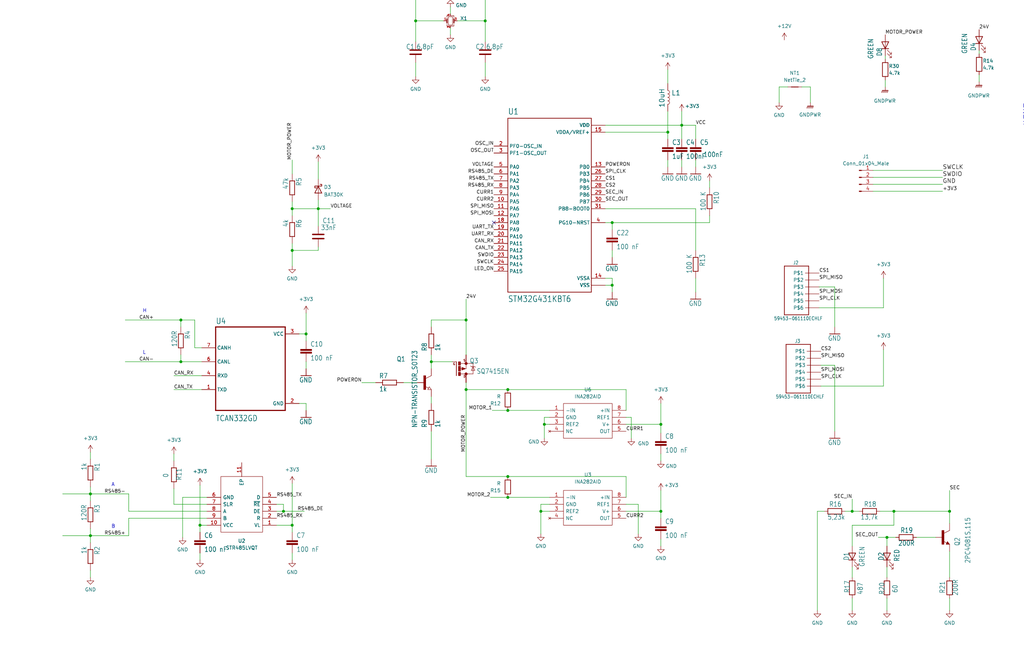
<source format=kicad_sch>
(kicad_sch (version 20211123) (generator eeschema)
  (paper "User" 373.913 237.744)
  (junction (at 326.39 186.69))
  (junction (at 106.68 91.44))
  (junction (at 157.48 132.08))
  (junction (at 323.85 196.215))
  (junction (at 170.18 262.255))
  (junction (at 151.765 7.62))
  (junction (at 177.165 7.62))
  (junction (at 33.02 180.34))
  (junction (at 189.23 254.635))
  (junction (at 480.695 284.48))
  (junction (at 241.3 154.94))
  (junction (at 243.84 48.26))
  (junction (at 116.205 76.2))
  (junction (at 181.61 254.635))
  (junction (at 432.435 269.875))
  (junction (at 454.025 293.37))
  (junction (at 33.02 195.58))
  (junction (at 249.555 254.635))
  (junction (at 185.42 173.99))
  (junction (at 66.04 132.08))
  (junction (at 170.18 116.84))
  (junction (at 248.92 45.72))
  (junction (at 223.52 81.28))
  (junction (at 220.98 254.635))
  (junction (at 185.42 181.61))
  (junction (at 223.52 104.14))
  (junction (at 469.265 269.875))
  (junction (at 66.04 116.84))
  (junction (at 185.42 142.24))
  (junction (at 106.68 76.2))
  (junction (at 111.76 121.92))
  (junction (at 241.3 186.69))
  (junction (at 106.68 191.77))
  (junction (at 73.025 191.77))
  (junction (at 480.695 259.715))
  (junction (at 185.42 149.86))
  (junction (at 198.755 154.94))
  (junction (at 170.18 254.635))
  (junction (at 454.025 269.875))
  (junction (at 346.71 186.69))
  (junction (at 158.75 254.635))
  (junction (at 220.98 259.715))
  (junction (at 311.15 186.69))
  (junction (at 240.03 254.635))
  (junction (at 170.18 142.24))
  (junction (at 480.695 248.285))
  (junction (at 103.505 186.69))
  (junction (at 229.87 254.635))
  (junction (at 443.865 280.035))
  (junction (at 197.485 186.69))
  (no_connect (at 180.34 81.28))
  (wire (pts (xy 323.85 196.215) (xy 323.85 199.39)))
  (wire (pts (xy 357.505 27.305) (xy 357.505 29.845)))
  (wire (pts (xy 492.76 248.285) (xy 495.3 248.285)))
  (wire (pts (xy 243.84 48.26) (xy 243.84 40.64)))
  (wire (pts (xy 229.87 254.635) (xy 220.98 254.635)))
  (wire (pts (xy 248.92 45.72) (xy 248.92 40.64)))
  (wire (pts (xy 284.48 31.75) (xy 287.655 31.75)))
  (wire (pts (xy 447.675 269.875) (xy 454.025 269.875)))
  (wire (pts (xy 170.18 142.24) (xy 185.42 142.24)))
  (wire (pts (xy 151.765 7.62) (xy 151.765 15.24)))
  (wire (pts (xy 100.965 184.15) (xy 103.505 184.15)))
  (wire (pts (xy 346.71 186.69) (xy 346.71 191.135)))
  (wire (pts (xy 75.565 184.15) (xy 63.5 184.15)))
  (wire (pts (xy 170.18 173.99) (xy 185.42 173.99)))
  (wire (pts (xy 323.85 207.01) (xy 323.85 210.82)))
  (wire (pts (xy 240.03 254.635) (xy 240.03 259.715)))
  (wire (pts (xy 215.265 257.175) (xy 217.17 257.175)))
  (wire (pts (xy 454.025 285.115) (xy 454.025 293.37)))
  (wire (pts (xy 220.98 104.14) (xy 223.52 104.14)))
  (wire (pts (xy 197.485 184.15) (xy 197.485 186.69)))
  (wire (pts (xy 197.485 186.69) (xy 197.485 194.945)))
  (wire (pts (xy 200.66 184.15) (xy 197.485 184.15)))
  (wire (pts (xy 454.025 293.37) (xy 454.025 304.165)))
  (wire (pts (xy 299.72 133.35) (xy 304.8 133.35)))
  (wire (pts (xy 304.8 133.35) (xy 304.8 157.48)))
  (wire (pts (xy 157.48 129.54) (xy 157.48 132.08)))
  (wire (pts (xy 170.18 139.7) (xy 170.18 142.24)))
  (wire (pts (xy 170.18 142.24) (xy 170.18 173.99)))
  (wire (pts (xy 240.03 264.795) (xy 240.03 269.875)))
  (wire (pts (xy 240.03 254.635) (xy 249.555 254.635)))
  (wire (pts (xy 318.77 64.77) (xy 344.17 64.77)))
  (wire (pts (xy 152.4 139.7) (xy 147.32 139.7)))
  (wire (pts (xy 443.865 280.035) (xy 443.865 283.21)))
  (wire (pts (xy 66.04 116.84) (xy 71.12 116.84)))
  (wire (pts (xy 111.76 134.62) (xy 111.76 132.08)))
  (wire (pts (xy 109.22 121.92) (xy 111.76 121.92)))
  (wire (pts (xy 33.02 198.12) (xy 33.02 195.58)))
  (wire (pts (xy 492.76 259.715) (xy 506.73 259.715)))
  (wire (pts (xy 164.465 10.16) (xy 164.465 12.7)))
  (wire (pts (xy 202.565 274.955) (xy 202.565 278.13)))
  (wire (pts (xy 157.48 144.78) (xy 157.48 147.32)))
  (wire (pts (xy 137.16 139.7) (xy 132.08 139.7)))
  (wire (pts (xy 241.3 154.94) (xy 241.3 158.115)))
  (wire (pts (xy 400.685 27.94) (xy 400.685 30.48)))
  (wire (pts (xy 106.68 194.31) (xy 106.68 191.77)))
  (wire (pts (xy 33.02 180.34) (xy 46.99 180.34)))
  (wire (pts (xy 151.765 -7.62) (xy 151.765 7.62)))
  (wire (pts (xy 502.92 248.285) (xy 506.73 248.285)))
  (wire (pts (xy 170.18 262.255) (xy 170.18 263.525)))
  (wire (pts (xy 116.205 76.2) (xy 116.205 82.55)))
  (wire (pts (xy 185.42 181.61) (xy 200.66 181.61)))
  (wire (pts (xy 480.695 259.715) (xy 480.695 264.795)))
  (wire (pts (xy 400.685 8.255) (xy 400.685 11.43)))
  (wire (pts (xy 157.48 132.08) (xy 157.48 134.62)))
  (wire (pts (xy 66.04 116.84) (xy 45.72 116.84)))
  (wire (pts (xy 179.07 181.61) (xy 185.42 181.61)))
  (wire (pts (xy 248.92 45.72) (xy 248.92 50.8)))
  (wire (pts (xy 443.865 293.37) (xy 454.025 293.37)))
  (wire (pts (xy 103.505 184.15) (xy 103.505 186.69)))
  (wire (pts (xy 465.455 269.875) (xy 469.265 269.875)))
  (wire (pts (xy 33.02 210.82) (xy 33.02 208.28)))
  (wire (pts (xy 151.765 7.62) (xy 161.925 7.62)))
  (wire (pts (xy 170.18 268.605) (xy 170.18 278.13)))
  (wire (pts (xy 223.52 101.6) (xy 223.52 104.14)))
  (wire (pts (xy 311.15 207.01) (xy 311.15 210.82)))
  (wire (pts (xy 432.435 266.065) (xy 432.435 269.875)))
  (wire (pts (xy 106.68 76.2) (xy 106.68 78.74)))
  (wire (pts (xy 71.12 127) (xy 71.12 116.84)))
  (wire (pts (xy 109.22 147.32) (xy 111.76 147.32)))
  (wire (pts (xy 443.865 280.035) (xy 446.405 280.035)))
  (wire (pts (xy 241.3 154.94) (xy 241.3 147.32)))
  (wire (pts (xy 381.635 18.415) (xy 381.635 19.685)))
  (wire (pts (xy 322.58 101.6) (xy 322.58 112.395)))
  (wire (pts (xy 322.58 112.395) (xy 299.085 112.395)))
  (wire (pts (xy 228.6 152.4) (xy 230.505 152.4)))
  (wire (pts (xy 230.505 152.4) (xy 230.505 160.02)))
  (wire (pts (xy 223.52 81.28) (xy 259.08 81.28)))
  (wire (pts (xy 254 76.2) (xy 220.98 76.2)))
  (wire (pts (xy 217.17 257.175) (xy 217.17 247.65)))
  (wire (pts (xy 157.48 119.38) (xy 157.48 116.84)))
  (wire (pts (xy 177.165 22.86) (xy 177.165 27.94)))
  (wire (pts (xy 223.52 83.82) (xy 223.52 81.28)))
  (wire (pts (xy 439.42 280.035) (xy 443.865 280.035)))
  (wire (pts (xy 106.68 76.2) (xy 116.205 76.2)))
  (wire (pts (xy 116.205 76.2) (xy 120.65 76.2)))
  (wire (pts (xy 323.85 218.44) (xy 323.85 222.885)))
  (wire (pts (xy 249.555 254.635) (xy 250.825 254.635)))
  (wire (pts (xy 100.965 191.77) (xy 106.68 191.77)))
  (wire (pts (xy 106.68 176.53) (xy 106.68 191.77)))
  (wire (pts (xy 106.68 91.44) (xy 106.68 88.9)))
  (wire (pts (xy 443.865 290.83) (xy 443.865 293.37)))
  (wire (pts (xy 249.555 254.635) (xy 249.555 259.715)))
  (wire (pts (xy 229.87 254.635) (xy 229.87 259.715)))
  (wire (pts (xy 241.3 186.69) (xy 241.3 179.07)))
  (wire (pts (xy 198.755 152.4) (xy 198.755 154.94)))
  (wire (pts (xy 198.755 154.94) (xy 198.755 160.02)))
  (wire (pts (xy 200.66 152.4) (xy 198.755 152.4)))
  (wire (pts (xy 157.48 116.84) (xy 170.18 116.84)))
  (wire (pts (xy 299.72 140.97) (xy 322.58 140.97)))
  (wire (pts (xy 322.58 127.635) (xy 322.58 140.97)))
  (wire (pts (xy 318.77 69.85) (xy 344.17 69.85)))
  (wire (pts (xy 116.205 59.055) (xy 116.205 65.405)))
  (wire (pts (xy 157.48 157.48) (xy 157.48 167.64)))
  (wire (pts (xy 469.265 281.305) (xy 469.265 284.48)))
  (wire (pts (xy 170.18 129.54) (xy 170.18 116.84)))
  (wire (pts (xy 189.23 247.65) (xy 189.23 254.635)))
  (wire (pts (xy 454.025 269.875) (xy 457.835 269.875)))
  (wire (pts (xy 189.865 254.635) (xy 189.23 254.635)))
  (wire (pts (xy 427.355 280.035) (xy 427.355 283.21)))
  (wire (pts (xy 170.18 116.84) (xy 170.18 109.22)))
  (wire (pts (xy 432.435 229.87) (xy 432.435 258.445)))
  (wire (pts (xy 46.99 189.23) (xy 46.99 195.58)))
  (wire (pts (xy 46.99 189.23) (xy 75.565 189.23)))
  (wire (pts (xy 427.355 269.875) (xy 432.435 269.875)))
  (wire (pts (xy 103.505 186.69) (xy 100.965 186.69)))
  (wire (pts (xy 243.84 60.96) (xy 243.84 58.42)))
  (wire (pts (xy 106.68 97.155) (xy 106.68 91.44)))
  (wire (pts (xy 185.42 142.24) (xy 228.6 142.24)))
  (wire (pts (xy 185.42 173.99) (xy 228.6 173.99)))
  (wire (pts (xy 318.77 67.31) (xy 344.17 67.31)))
  (wire (pts (xy 480.695 248.285) (xy 480.695 259.715)))
  (wire (pts (xy 241.3 189.23) (xy 241.3 186.69)))
  (wire (pts (xy 106.68 63.5) (xy 106.68 58.42)))
  (wire (pts (xy 228.6 186.69) (xy 241.3 186.69)))
  (wire (pts (xy 346.71 218.44) (xy 346.71 222.885)))
  (wire (pts (xy 111.76 124.46) (xy 111.76 121.92)))
  (wire (pts (xy 66.675 181.61) (xy 66.675 196.215)))
  (wire (pts (xy 469.265 269.875) (xy 473.075 269.875)))
  (wire (pts (xy 184.785 257.175) (xy 184.785 278.13)))
  (wire (pts (xy 248.92 58.42) (xy 248.92 60.96)))
  (wire (pts (xy 185.42 149.86) (xy 200.66 149.86)))
  (wire (pts (xy 241.3 168.275) (xy 241.3 165.735)))
  (wire (pts (xy 111.76 121.92) (xy 111.76 114.3)))
  (wire (pts (xy 216.535 262.255) (xy 216.535 264.795)))
  (wire (pts (xy 254 106.68) (xy 254 101.6)))
  (wire (pts (xy 346.71 179.07) (xy 346.71 186.69)))
  (wire (pts (xy 241.3 154.94) (xy 228.6 154.94)))
  (wire (pts (xy 223.52 93.98) (xy 223.52 91.44)))
  (wire (pts (xy 220.98 254.635) (xy 215.265 254.635)))
  (wire (pts (xy 228.6 181.61) (xy 228.6 173.99)))
  (wire (pts (xy 254 50.8) (xy 254 45.72)))
  (wire (pts (xy 75.565 181.61) (xy 66.675 181.61)))
  (wire (pts (xy 506.73 229.87) (xy 506.73 248.285)))
  (wire (pts (xy 381.635 27.305) (xy 381.635 29.845)))
  (wire (pts (xy 197.485 186.69) (xy 200.66 186.69)))
  (wire (pts (xy 254 60.96) (xy 254 58.42)))
  (wire (pts (xy 66.04 119.38) (xy 66.04 116.84)))
  (wire (pts (xy 33.02 195.58) (xy 46.99 195.58)))
  (wire (pts (xy 116.205 73.025) (xy 116.205 76.2)))
  (wire (pts (xy 33.02 167.64) (xy 33.02 165.1)))
  (wire (pts (xy 170.18 260.985) (xy 170.18 262.255)))
  (wire (pts (xy 111.76 147.32) (xy 111.76 149.86)))
  (wire (pts (xy 298.45 186.69) (xy 300.99 186.69)))
  (wire (pts (xy 106.68 204.47) (xy 106.68 201.93)))
  (wire (pts (xy 188.595 259.715) (xy 188.595 263.525)))
  (wire (pts (xy 184.785 257.175) (xy 189.865 257.175)))
  (wire (pts (xy 179.705 254.635) (xy 181.61 254.635)))
  (wire (pts (xy 73.025 204.47) (xy 73.025 201.93)))
  (wire (pts (xy 334.645 196.215) (xy 341.63 196.215)))
  (wire (pts (xy 181.61 254.635) (xy 181.61 267.335)))
  (wire (pts (xy 106.68 91.44) (xy 116.205 91.44)))
  (wire (pts (xy 311.15 182.245) (xy 311.15 186.69)))
  (wire (pts (xy 323.215 29.21) (xy 323.215 31.75)))
  (wire (pts (xy 228.6 184.15) (xy 233.045 184.15)))
  (wire (pts (xy 233.045 184.15) (xy 233.045 194.945)))
  (wire (pts (xy 73.025 194.31) (xy 73.025 191.77)))
  (wire (pts (xy 259.08 78.74) (xy 259.08 81.28)))
  (wire (pts (xy 177.165 -7.62) (xy 177.165 7.62)))
  (wire (pts (xy 73.66 142.24) (xy 63.5 142.24)))
  (wire (pts (xy 220.98 45.72) (xy 248.92 45.72)))
  (wire (pts (xy 33.02 180.34) (xy 22.86 180.34)))
  (wire (pts (xy 73.66 132.08) (xy 66.04 132.08)))
  (wire (pts (xy 170.18 254.635) (xy 170.18 255.905)))
  (wire (pts (xy 158.75 254.635) (xy 158.75 259.715)))
  (wire (pts (xy 158.75 254.635) (xy 170.18 254.635)))
  (wire (pts (xy 254 91.44) (xy 254 76.2)))
  (wire (pts (xy 469.265 284.48) (xy 480.695 284.48)))
  (wire (pts (xy 249.555 264.795) (xy 249.555 269.875)))
  (wire (pts (xy 170.18 254.635) (xy 172.085 254.635)))
  (wire (pts (xy 158.75 264.795) (xy 158.75 269.875)))
  (wire (pts (xy 179.705 149.86) (xy 185.42 149.86)))
  (wire (pts (xy 189.23 254.635) (xy 181.61 254.635)))
  (wire (pts (xy 189.865 259.715) (xy 188.595 259.715)))
  (wire (pts (xy 432.435 269.875) (xy 440.055 269.875)))
  (wire (pts (xy 243.84 48.26) (xy 243.84 50.8)))
  (wire (pts (xy 181.61 274.955) (xy 181.61 278.13)))
  (wire (pts (xy 427.355 280.035) (xy 431.8 280.035)))
  (wire (pts (xy 480.695 274.955) (xy 480.695 284.48)))
  (wire (pts (xy 469.265 269.875) (xy 469.265 273.685)))
  (wire (pts (xy 299.085 104.775) (xy 304.8 104.775)))
  (wire (pts (xy 304.8 104.775) (xy 304.8 119.38)))
  (wire (pts (xy 66.04 129.54) (xy 66.04 132.08)))
  (wire (pts (xy 357.505 18.415) (xy 357.505 19.685)))
  (wire (pts (xy 308.61 186.69) (xy 311.15 186.69)))
  (wire (pts (xy 63.5 165.735) (xy 63.5 168.275)))
  (wire (pts (xy 220.98 48.26) (xy 243.84 48.26)))
  (wire (pts (xy 33.02 180.34) (xy 33.02 177.8)))
  (wire (pts (xy 480.695 242.57) (xy 480.695 248.285)))
  (wire (pts (xy 427.355 290.83) (xy 427.355 293.37)))
  (wire (pts (xy 311.15 186.69) (xy 313.69 186.69)))
  (wire (pts (xy 167.005 7.62) (xy 177.165 7.62)))
  (wire (pts (xy 311.15 191.77) (xy 326.39 191.77)))
  (wire (pts (xy 311.15 199.39) (xy 311.15 191.77)))
  (wire (pts (xy 326.39 191.77) (xy 326.39 186.69)))
  (wire (pts (xy 188.595 268.605) (xy 188.595 271.145)))
  (wire (pts (xy 311.15 218.44) (xy 311.15 222.885)))
  (wire (pts (xy 229.87 264.795) (xy 229.87 269.875)))
  (wire (pts (xy 480.695 284.48) (xy 480.695 304.165)))
  (wire (pts (xy 259.08 66.04) (xy 259.08 68.58)))
  (wire (pts (xy 220.98 81.28) (xy 223.52 81.28)))
  (wire (pts (xy 157.48 132.08) (xy 165.1 132.08)))
  (wire (pts (xy 220.98 264.795) (xy 220.98 269.875)))
  (wire (pts (xy 454.025 269.875) (xy 454.025 274.955)))
  (wire (pts (xy 199.39 247.65) (xy 189.23 247.65)))
  (wire (pts (xy 321.31 186.69) (xy 326.39 186.69)))
  (wire (pts (xy 326.39 186.69) (xy 346.71 186.69)))
  (wire (pts (xy 33.02 195.58) (xy 22.86 195.58)))
  (wire (pts (xy 298.45 186.69) (xy 298.45 222.885)))
  (wire (pts (xy 217.17 247.65) (xy 204.47 247.65)))
  (wire (pts (xy 33.02 195.58) (xy 33.02 193.04)))
  (wire (pts (xy 103.505 186.69) (xy 111.125 186.69)))
  (wire (pts (xy 400.685 19.05) (xy 400.685 20.32)))
  (wire (pts (xy 346.71 201.295) (xy 346.71 210.82)))
  (wire (pts (xy 215.265 259.715) (xy 220.98 259.715)))
  (wire (pts (xy 480.695 248.285) (xy 485.14 248.285)))
  (wire (pts (xy 229.87 254.635) (xy 240.03 254.635)))
  (wire (pts (xy 320.675 196.215) (xy 323.85 196.215)))
  (wire (pts (xy 323.85 196.215) (xy 327.025 196.215)))
  (wire (pts (xy 177.165 7.62) (xy 177.165 15.24)))
  (wire (pts (xy 116.205 90.17) (xy 116.205 91.44)))
  (wire (pts (xy 170.18 262.255) (xy 189.865 262.255)))
  (wire (pts (xy 164.465 2.54) (xy 164.465 5.08)))
  (wire (pts (xy 73.025 191.77) (xy 73.025 177.165)))
  (wire (pts (xy 73.025 191.77) (xy 75.565 191.77)))
  (wire (pts (xy 188.595 276.225) (xy 188.595 278.13)))
  (wire (pts (xy 66.04 132.08) (xy 45.72 132.08)))
  (wire (pts (xy 151.765 254.635) (xy 158.75 254.635)))
  (wire (pts (xy 215.265 262.255) (xy 216.535 262.255)))
  (wire (pts (xy 241.3 199.39) (xy 241.3 196.85)))
  (wire (pts (xy 284.48 37.465) (xy 284.48 31.75)))
  (wire (pts (xy 106.68 73.66) (xy 106.68 76.2)))
  (wire (pts (xy 151.765 22.86) (xy 151.765 27.94)))
  (wire (pts (xy 223.52 104.14) (xy 223.52 106.68)))
  (wire (pts (xy 480.695 229.87) (xy 480.695 234.95)))
  (wire (pts (xy 427.355 300.99) (xy 427.355 304.165)))
  (wire (pts (xy 295.91 31.75) (xy 292.735 31.75)))
  (wire (pts (xy 295.91 37.465) (xy 295.91 31.75)))
  (wire (pts (xy 220.98 101.6) (xy 223.52 101.6)))
  (wire (pts (xy 63.5 178.435) (xy 63.5 184.15)))
  (wire (pts (xy 243.84 30.48) (xy 243.84 25.4)))
  (wire (pts (xy 323.215 20.32) (xy 323.215 21.59)))
  (wire (pts (xy 228.6 149.86) (xy 228.6 142.24)))
  (wire (pts (xy 73.66 127) (xy 71.12 127)))
  (wire (pts (xy 73.66 137.16) (xy 63.5 137.16)))
  (wire (pts (xy 198.755 154.94) (xy 200.66 154.94)))
  (wire (pts (xy 254 45.72) (xy 248.92 45.72)))
  (wire (pts (xy 480.695 259.715) (xy 485.14 259.715)))
  (wire (pts (xy 318.77 62.23) (xy 344.17 62.23)))
  (wire (pts (xy 33.02 182.88) (xy 33.02 180.34)))
  (wire (pts (xy 46.99 186.69) (xy 46.99 180.34)))
  (wire (pts (xy 46.99 186.69) (xy 75.565 186.69)))
  (text "R201 ZAMIENIĆ NA \n2 SZTUKI \nRES SMD 4.7K OHM 5% \n1/2W 0805" (at 373.38 45.72 0) (effects (font (size 1.27 1.27)) (justify left bottom)))
  (text "L" (at 52.07 129.54 0) (effects (font (size 1.27 1.27)) (justify left bottom)))
  (text "H" (at 52.07 114.3 0) (effects (font (size 1.27 1.27)) (justify left bottom)))
  (text "B" (at 40.64 193.04 0) (effects (font (size 1.27 1.27)) (justify left bottom)))
  (text "A" (at 40.64 177.8 0) (effects (font (size 1.27 1.27)) (justify left bottom)))
  (label "RS485_RX" (at 100.965 189.23 0) (effects (font (size 1.2446 1.2446))))
  (label "SWDIO" (at 344.17 64.77 0) (effects (font (size 1.5113 1.5113))))
  (label "OSC_OUT" (at 180.34 55.88 180))
  (label "OSC_OUT" (at 177.165 -7.62 90))
  (label "LED_ON" (at 180.34 99.06 180))
  (label "CAN_RX" (at 63.5 137.16 0) (effects (font (size 1.2446 1.2446))))
  (label "RS485+" (at 38.1 195.58 0) (effects (font (size 1.2446 1.2446))))
  (label "CURR2" (at 180.34 73.66 180) (effects (font (size 1.2446 1.2446))))
  (label "POWERON" (at 220.98 60.96 0) (effects (font (size 1.2446 1.2446))))
  (label "SPI_CLK" (at 299.085 109.855 0) (effects (font (size 1.2446 1.2446))))
  (label "CAN_TX" (at 63.5 142.24 0) (effects (font (size 1.2446 1.2446))))
  (label "CURR1" (at 228.6 157.48 0) (effects (font (size 1.2446 1.2446))))
  (label "24V" (at 357.505 10.795 0) (effects (font (size 1.2446 1.2446))))
  (label "CS1" (at 299.085 99.695 0) (effects (font (size 1.2446 1.2446))))
  (label "CAN-" (at 50.8 132.08 0) (effects (font (size 1.2446 1.2446))))
  (label "SEC_IN" (at 506.73 259.715 0))
  (label "SEC_IN" (at 220.98 71.12 0))
  (label "SEC_OUT" (at 220.98 73.66 0))
  (label "UART_RX" (at 180.34 86.36 180))
  (label "SPI_MOSI" (at 180.34 78.74 180) (effects (font (size 1.2446 1.2446))))
  (label "VOLTAGE" (at 120.65 76.2 0) (effects (font (size 1.2446 1.2446))))
  (label "MOTOR_POWER" (at 323.215 12.7 0) (effects (font (size 1.2446 1.2446))))
  (label "CS2" (at 299.72 128.27 0) (effects (font (size 1.2446 1.2446))))
  (label "SWDIO" (at 180.34 93.98 180) (effects (font (size 1.2446 1.2446))))
  (label "RS485_DE" (at 108.585 186.69 0) (effects (font (size 1.2446 1.2446))))
  (label "SEC_OUT" (at 320.675 196.215 180))
  (label "RS485_RX" (at 180.34 68.58 180) (effects (font (size 1.2446 1.2446))))
  (label "SPI_MISO" (at 180.34 76.2 180) (effects (font (size 1.2446 1.2446))))
  (label "LED_ON" (at 400.685 8.255 0))
  (label "UART_TX" (at 180.34 83.82 180))
  (label "SEC_OUT" (at 427.355 280.035 180))
  (label "24V" (at 170.18 109.22 0) (effects (font (size 1.2446 1.2446))))
  (label "SPI_CLK" (at 299.72 138.43 0) (effects (font (size 1.2446 1.2446))))
  (label "RS485-" (at 38.1 180.34 0) (effects (font (size 1.2446 1.2446))))
  (label "RS485_DE" (at 180.34 63.5 180) (effects (font (size 1.2446 1.2446))))
  (label "VCC" (at 254 45.72 0) (effects (font (size 1.2446 1.2446))))
  (label "POWERON" (at 132.08 139.7 180) (effects (font (size 1.2446 1.2446))))
  (label "CS2" (at 220.98 68.58 0) (effects (font (size 1.2446 1.2446))))
  (label "SEC" (at 346.71 179.07 0))
  (label "SEC_IN" (at 311.15 182.245 180))
  (label "OSC_IN" (at 180.34 53.34 180))
  (label "MOTOR_POWER" (at 106.68 58.42 90) (effects (font (size 1.2446 1.2446))))
  (label "SPI_MOSI" (at 299.72 135.89 0) (effects (font (size 1.2446 1.2446))))
  (label "+3V3" (at 344.17 69.85 0))
  (label "SAFETY" (at 427.355 269.875 180))
  (label "MOTOR_2" (at 179.07 181.61 180) (effects (font (size 1.2446 1.2446))))
  (label "SPI_MOSI" (at 299.085 107.315 0) (effects (font (size 1.2446 1.2446))))
  (label "SWCLK" (at 344.17 62.23 0) (effects (font (size 1.5113 1.5113))))
  (label "OSC_IN" (at 151.765 -7.62 90))
  (label "SPI_MISO" (at 299.085 102.235 0) (effects (font (size 1.2446 1.2446))))
  (label "VOLTAGE" (at 180.34 60.96 180) (effects (font (size 1.2446 1.2446))))
  (label "RS485_TX" (at 180.34 66.04 180) (effects (font (size 1.2446 1.2446))))
  (label "GND" (at 344.17 67.31 0) (effects (font (size 1.5113 1.5113))))
  (label "CURR2" (at 228.6 189.23 0) (effects (font (size 1.2446 1.2446))))
  (label "SPI_MISO" (at 299.72 130.81 0) (effects (font (size 1.2446 1.2446))))
  (label "CAN_TX" (at 180.34 91.44 180) (effects (font (size 1.2446 1.2446))))
  (label "SWCLK" (at 180.34 96.52 180) (effects (font (size 1.2446 1.2446))))
  (label "RS485_TX" (at 100.965 181.61 0) (effects (font (size 1.2446 1.2446))))
  (label "CS1" (at 220.98 66.04 0) (effects (font (size 1.2446 1.2446))))
  (label "MOTOR_1" (at 179.705 149.86 180) (effects (font (size 1.2446 1.2446))))
  (label "CAN+" (at 50.8 116.84 0) (effects (font (size 1.2446 1.2446))))
  (label "CURR1" (at 180.34 71.12 180) (effects (font (size 1.2446 1.2446))))
  (label "MOTOR_POWER" (at 170.18 165.1 90) (effects (font (size 1.2446 1.2446))))
  (label "SPI_CLK" (at 220.98 63.5 0) (effects (font (size 1.2446 1.2446))))
  (label "CAN_RX" (at 180.34 88.9 180) (effects (font (size 1.2446 1.2446))))
  (symbol (lib_id "Device:R") (at 381.635 23.495 180) (unit 1)
    (property "Reference" "R22" (at 382.905 22.2249 0) (effects (justify right)))
    (property "Value" "4.5k" (at 382.905 24.7649 0) (effects (justify right)))
    (property "Footprint" "footprints:R_0603_1608Metric_Pad0.98x0.95mm_HandSolder" (effects hide))
  )
  (symbol (lib_id "Device:R_Small") (at 170.18 258.445 0) (unit 1)
    (property "Reference" "R24" (at 165.1 257.1749 0) (effects (justify left)))
    (property "Value" "1,3k" (at 165.1 259.7149 0) (effects (justify left)))
    (property "Footprint" "footprints:R_0603_1608Metric_Pad0.98x0.95mm_HandSolder" (effects hide))
  )
  (symbol (lib_id "Gripper FeeTech-eagle-import:C-EUC0402") (at 73.025 196.85 0) (unit 1)
    (property "Reference" "C6" (at 74.549 196.469 0) (effects (font (size 1.778 1.5113)) (justify left bottom)))
    (property "Value" "100 nF" (at 74.549 201.549 0) (effects (font (size 1.778 1.5113)) (justify left bottom)))
    (property "Footprint" "footprints:C_0603_1608Metric_Pad1.08x0.95mm_HandSolder" (effects hide))
  )
  (symbol (lib_id "power:+3.3V") (at 63.5 165.735 0) (unit 1)
    (property "Reference" "#PWR0120" (effects hide))
    (property "Value" "+3.3V" (at 63.5 160.655 0))
  )
  (symbol (lib_id "power:+3.3V") (at 106.68 176.53 0) (unit 1)
    (property "Reference" "#PWR0117" (effects hide))
    (property "Value" "+3.3V" (at 106.68 171.45 0))
  )
  (symbol (lib_id "Gripper FeeTech-eagle-import:R-EU_R0402") (at 106.68 83.82 270) (unit 1)
    (property "Reference" "R6" (at 108.1786 80.01 0) (effects (font (size 1.778 1.5113)) (justify left bottom)))
    (property "Value" "4k" (at 103.378 80.01 0) (effects (font (size 1.778 1.5113)) (justify left bottom)))
    (property "Footprint" "footprints:R_0603_1608Metric_Pad0.98x0.95mm_HandSolder" (effects hide))
  )
  (symbol (lib_id "Gripper FeeTech-eagle-import:GND") (at 157.48 170.18 0) (unit 1)
    (property "Reference" "#GND028" (effects hide))
    (property "Value" "GND" (at 154.94 172.72 0) (effects (font (size 1.778 1.5113)) (justify left bottom)))
  )
  (symbol (lib_id "Gripper FeeTech-eagle-import:R-EU_R0402") (at 33.02 172.72 270) (unit 1)
    (property "Reference" "R1" (at 34.5186 168.91 0) (effects (font (size 1.778 1.5113)) (justify left bottom)))
    (property "Value" "1k" (at 29.718 168.91 0) (effects (font (size 1.778 1.5113)) (justify left bottom)))
    (property "Footprint" "footprints:R_0603_1608Metric_Pad0.98x0.95mm_HandSolder" (effects hide))
  )
  (symbol (lib_id "power:GND") (at 197.485 194.945 0) (unit 1)
    (property "Reference" "#PWR0113" (effects hide))
    (property "Value" "GND" (at 197.485 199.39 0))
  )
  (symbol (lib_id "UNIVERSAL_JOINT_v2_1-eagle-import:-NPN-SOT23-EBC") (at 344.17 196.215 0) (unit 1)
    (property "Reference" "Q2" (at 350.52 199.39 90) (effects (font (size 1.778 1.5113)) (justify left bottom)))
    (property "Value" "2PC4081S,115" (at 354.33 205.74 90) (effects (font (size 1.778 1.5113)) (justify left bottom)))
    (property "Footprint" "GRIPPER_TWO_ADVANCED_CONTROL_BOARD:SOT23-EBC" (effects hide))
  )
  (symbol (lib_id "power:GND") (at 188.595 278.13 0) (mirror y) (unit 1)
    (property "Reference" "#PWR0131" (effects hide))
    (property "Value" "GND" (at 188.595 282.575 0))
  )
  (symbol (lib_id "power:GND") (at 241.3 168.275 0) (unit 1)
    (property "Reference" "#PWR03" (effects hide))
    (property "Value" "GND" (at 245.11 170.18 0))
  )
  (symbol (lib_id "Gripper FeeTech-eagle-import:C-EUC0402") (at 241.3 160.655 0) (unit 1)
    (property "Reference" "C8" (at 242.824 160.274 0) (effects (font (size 1.778 1.5113)) (justify left bottom)))
    (property "Value" "100 nF" (at 242.824 165.354 0) (effects (font (size 1.778 1.5113)) (justify left bottom)))
    (property "Footprint" "footprints:C_0603_1608Metric_Pad1.08x0.95mm_HandSolder" (effects hide))
  )
  (symbol (lib_id "Device:R_Small") (at 170.18 266.065 0) (unit 1)
    (property "Reference" "R25" (at 166.37 264.7949 0) (effects (justify left)))
    (property "Value" "0,56k" (at 163.83 267.3349 0) (effects (justify left)))
    (property "Footprint" "footprints:R_0603_1608Metric_Pad0.98x0.95mm_HandSolder" (effects hide))
  )
  (symbol (lib_id "power:+3.3V") (at 322.58 127.635 0) (unit 1)
    (property "Reference" "#PWR0109" (effects hide))
    (property "Value" "+3.3V" (at 322.58 122.555 0))
  )
  (symbol (lib_id "Gripper FeeTech-eagle-import:SQ7415AENDFN-3.3") (at 167.64 134.62 0) (unit 1)
    (property "Reference" "Q3" (at 171.45 132.715 0) (effects (font (size 1.778 1.5113)) (justify left bottom)))
    (property "Value" "SQ7415EN" (at 173.99 136.525 0) (effects (font (size 1.778 1.5113)) (justify left bottom)))
    (property "Footprint" "GRIPPER_TWO_ADVANCED_CONTROL_BOARD:DFN3.3X3.3" (effects hide))
  )
  (symbol (lib_id "Device:LED") (at 323.215 16.51 90) (unit 1)
    (property "Reference" "D8" (at 322.072 20.574 0) (effects (font (size 1.778 1.5113)) (justify left bottom)))
    (property "Value" "GREEN" (at 318.897 21.59 0) (effects (font (size 1.778 1.5113)) (justify left bottom)))
    (property "Footprint" "footprints:D_0603_1608Metric_Pad1.05x0.95mm_HandSolder" (effects hide))
  )
  (symbol (lib_id "Device:R") (at 323.215 25.4 180) (unit 1)
    (property "Reference" "R30" (at 324.485 24.1299 0) (effects (justify right)))
    (property "Value" "4.7k" (at 324.485 26.6699 0) (effects (justify right)))
    (property "Footprint" "footprints:R_0805_2012Metric_Pad1.20x1.40mm_HandSolder" (effects hide))
  )
  (symbol (lib_id "Device:C") (at 177.165 19.05 180) (unit 1)
    (property "Reference" "C2" (at 173.609 18.034 0) (effects (font (size 1.778 1.5113)) (justify right top)))
    (property "Value" "6.8pF" (at 177.419 18.034 0) (effects (font (size 1.778 1.5113)) (justify right top)))
    (property "Footprint" "footprints:C_0603_1608Metric_Pad1.08x0.95mm_HandSolder" (effects hide))
  )
  (symbol (lib_id "power:+3.3V") (at 111.76 114.3 0) (unit 1)
    (property "Reference" "#PWR0105" (effects hide))
    (property "Value" "+3.3V" (at 111.76 109.22 0))
  )
  (symbol (lib_id "Gripper FeeTech-eagle-import:TCAN332GD") (at 91.44 134.62 0) (unit 1)
    (property "Reference" "U4" (at 78.74 118.38 0) (effects (font (size 2.0828 1.7703)) (justify left bottom)))
    (property "Value" "TCAN332GD" (at 78.74 153.86 0) (effects (font (size 2.0828 1.7703)) (justify left bottom)))
    (property "Footprint" "Gripper FeeTech:SOIC127P599X175-8N" (effects hide))
  )
  (symbol (lib_id "Gripper FeeTech-eagle-import:R-EU_R0402") (at 63.5 173.355 270) (unit 1)
    (property "Reference" "R11" (at 64.3636 170.815 0) (effects (font (size 1.778 1.5113)) (justify left bottom)))
    (property "Value" "0" (at 59.563 172.72 0) (effects (font (size 1.778 1.5113)) (justify left bottom)))
    (property "Footprint" "footprints:R_0603_1608Metric_Pad0.98x0.95mm_HandSolder" (effects hide))
  )
  (symbol (lib_id "power:GND") (at 73.025 204.47 0) (unit 1)
    (property "Reference" "#PWR0119" (effects hide))
    (property "Value" "GND" (at 73.025 208.915 0))
  )
  (symbol (lib_id "power:GNDPWR") (at 323.215 31.75 0) (unit 1)
    (property "Reference" "#PWR011" (effects hide))
    (property "Value" "GNDPWR" (at 323.088 36.83 0))
  )
  (symbol (lib_id "Gripper FeeTech-eagle-import:GND") (at 254 63.5 0) (unit 1)
    (property "Reference" "#GND07" (effects hide))
    (property "Value" "GND" (at 251.46 66.04 0) (effects (font (size 1.778 1.5113)) (justify left bottom)))
  )
  (symbol (lib_id "Device:R") (at 323.85 214.63 0) (unit 1)
    (property "Reference" "R20" (at 322.9864 217.17 90) (effects (font (size 1.778 1.5113)) (justify left bottom)))
    (property "Value" "60" (at 327.787 216.535 90) (effects (font (size 1.778 1.5113)) (justify left bottom)))
    (property "Footprint" "footprints:R_0603_1608Metric_Pad0.98x0.95mm_HandSolder" (effects hide))
  )
  (symbol (lib_id "Transistor_FET:BSS138") (at 451.485 280.035 0) (unit 1)
    (property "Reference" "Q?" (at 457.2 278.7649 0) (effects (justify left)))
    (property "Value" "BSS138" (at 457.2 281.3049 0) (effects (justify left)))
    (property "Footprint" "footprints:SOT-23" (effects hide))
    (property "Datasheet" "https://www.onsemi.com/pub/Collateral/BSS138-D.PDF" (effects hide))
  )
  (symbol (lib_id "Gripper FeeTech-eagle-import:C-EUC0402") (at 248.92 53.34 0) (unit 1)
    (property "Reference" "C4" (at 250.444 52.959 0) (effects (font (size 1.778 1.5113)) (justify left bottom)))
    (property "Value" "100nF" (at 250.444 58.039 0) (effects (font (size 1.778 1.5113)) (justify left bottom)))
    (property "Footprint" "footprints:C_0603_1608Metric_Pad1.08x0.95mm_HandSolder" (effects hide))
  )
  (symbol (lib_id "power:+3.3V") (at 381.635 10.795 0) (unit 1)
    (property "Reference" "#PWR0125" (effects hide))
    (property "Value" "+3.3V" (at 381.635 5.715 0))
  )
  (symbol (lib_id "Gripper FeeTech-eagle-import:GND") (at 248.92 63.5 0) (unit 1)
    (property "Reference" "#GND06" (effects hide))
    (property "Value" "GND" (at 246.38 66.04 0) (effects (font (size 1.778 1.5113)) (justify left bottom)))
  )
  (symbol (lib_id "power:GND") (at 233.045 194.945 0) (unit 1)
    (property "Reference" "#PWR0114" (effects hide))
    (property "Value" "GND" (at 233.045 199.39 0))
  )
  (symbol (lib_id "power:GND") (at 249.555 269.875 0) (mirror y) (unit 1)
    (property "Reference" "#PWR017" (effects hide))
    (property "Value" "GND" (at 249.555 274.32 0))
  )
  (symbol (lib_id "Magnetic Finger SMALL Ampherol 28pin-eagle-import:59453-061110ECHLF") (at 299.72 130.81 0) (mirror y) (unit 1)
    (property "Reference" "J3" (at 290.195 123.825 0) (effects (font (size 1.27 1.0795)) (justify right top)))
    (property "Value" "59453-061110ECHLF" (at 283.21 144.145 0) (effects (font (size 1.27 1.0795)) (justify right top)))
    (property "Footprint" "GRIPPER_TWO_ADVANCED_CONTROL_BOARD:59453-061110ECHLF" (effects hide))
  )
  (symbol (lib_id "power:GND") (at 220.98 269.875 0) (mirror y) (unit 1)
    (property "Reference" "#PWR0135" (effects hide))
    (property "Value" "GND" (at 220.98 274.32 0))
  )
  (symbol (lib_id "Gripper FeeTech-eagle-import:GND") (at 254 109.22 0) (unit 1)
    (property "Reference" "#GND043" (effects hide))
    (property "Value" "GND" (at 251.46 111.76 0) (effects (font (size 1.778 1.5113)) (justify left bottom)))
  )
  (symbol (lib_id "power:GND") (at 480.695 304.165 0) (unit 1)
    (property "Reference" "#PWR?" (effects hide))
    (property "Value" "GND" (at 480.695 308.61 0))
  )
  (symbol (lib_id "power:+3.3V") (at 241.3 147.32 0) (unit 1)
    (property "Reference" "#PWR02" (effects hide))
    (property "Value" "+3.3V" (at 241.3 142.24 0))
  )
  (symbol (lib_id "Device:R") (at 427.355 297.18 0) (unit 1)
    (property "Reference" "R?" (at 426.4914 299.085 90) (effects (font (size 1.778 1.5113)) (justify left bottom)))
    (property "Value" "1,5k" (at 431.292 299.085 90) (effects (font (size 1.778 1.5113)) (justify left bottom)))
    (property "Footprint" "footprints:R_0603_1608Metric_Pad0.98x0.95mm_HandSolder" (effects hide))
  )
  (symbol (lib_id "Device:LED") (at 311.15 203.2 90) (unit 1)
    (property "Reference" "D1" (at 310.007 204.724 0) (effects (font (size 1.778 1.5113)) (justify left bottom)))
    (property "Value" "GREEN" (at 315.722 207.01 0) (effects (font (size 1.778 1.5113)) (justify left bottom)))
    (property "Footprint" "footprints:D_0603_1608Metric_Pad1.05x0.95mm_HandSolder" (effects hide))
  )
  (symbol (lib_id "Gripper FeeTech-eagle-import:C-EUC0402") (at 254 53.34 0) (unit 1)
    (property "Reference" "C5" (at 255.524 52.959 0) (effects (font (size 1.778 1.5113)) (justify left bottom)))
    (property "Value" "100nF" (at 256.794 57.404 0) (effects (font (size 1.778 1.5113)) (justify left bottom)))
    (property "Footprint" "footprints:C_0603_1608Metric_Pad1.08x0.95mm_HandSolder" (effects hide))
  )
  (symbol (lib_id "Gripper FeeTech-eagle-import:R-EU_R0402") (at 157.48 152.4 90) (unit 1)
    (property "Reference" "R9" (at 155.9814 156.21 0) (effects (font (size 1.778 1.5113)) (justify left bottom)))
    (property "Value" "1k" (at 160.782 156.21 0) (effects (font (size 1.778 1.5113)) (justify left bottom)))
    (property "Footprint" "footprints:R_0603_1608Metric_Pad0.98x0.95mm_HandSolder" (effects hide))
  )
  (symbol (lib_id "power:GND") (at 170.18 278.13 0) (mirror y) (unit 1)
    (property "Reference" "#PWR0129" (effects hide))
    (property "Value" "GND" (at 170.18 282.575 0))
  )
  (symbol (lib_id "power:GND") (at 151.765 27.94 0) (unit 1)
    (property "Reference" "#PWR012" (effects hide))
    (property "Value" "GND" (at 151.765 32.5026 0))
  )
  (symbol (lib_id "Device:R") (at 443.865 287.02 0) (unit 1)
    (property "Reference" "R?" (at 446.405 285.7499 0) (effects (justify left)))
    (property "Value" "10k" (at 446.405 288.2899 0) (effects (justify left)))
    (property "Footprint" "footprints:R_0603_1608Metric_Pad0.98x0.95mm_HandSolder" (effects hide))
  )
  (symbol (lib_id "power:+3.3V") (at 243.84 25.4 0) (unit 1)
    (property "Reference" "#PWR0107" (effects hide))
    (property "Value" "+3.3V" (at 243.84 20.32 0))
  )
  (symbol (lib_id "Device:R") (at 317.5 186.69 90) (unit 1)
    (property "Reference" "R18" (at 320.04 183.1086 90) (effects (font (size 1.778 1.5113)) (justify left bottom)))
    (property "Value" "13,7k" (at 320.675 187.833 90) (effects (font (size 1.778 1.5113)) (justify left bottom)))
    (property "Footprint" "footprints:R_0603_1608Metric_Pad0.98x0.95mm_HandSolder" (effects hide))
  )
  (symbol (lib_id "Device:Crystal_GND24_Small") (at 164.465 7.62 0) (unit 1)
    (property "Reference" "X1" (at 168.0211 6.7115 0) (effects (justify left)))
    (property "Value" "ECS-240-8-36B2-CKM-TR" (at 150.2411 -1.9434 0) (effects (justify left)))
    (property "Footprint" "footprints:Crystal_SMD_2520-4Pin_2.5x2.0mm" (effects hide))
  )
  (symbol (lib_id "Gripper FeeTech-eagle-import:GND") (at 304.8 160.02 0) (unit 1)
    (property "Reference" "#GND021" (effects hide))
    (property "Value" "GND" (at 302.26 162.56 0) (effects (font (size 1.778 1.5113)) (justify left bottom)))
  )
  (symbol (lib_id "power:GND") (at 241.3 199.39 0) (unit 1)
    (property "Reference" "#PWR05" (effects hide))
    (property "Value" "GND" (at 241.3 203.835 0))
  )
  (symbol (lib_id "Gripper FeeTech-eagle-import:NPN-TRANSISTOR_SOT23") (at 154.94 139.7 0) (unit 1)
    (property "Reference" "Q1" (at 144.78 132.08 0) (effects (font (size 1.778 1.5113)) (justify left bottom)))
    (property "Value" "NPN-TRANSISTOR_SOT23" (at 152.4 156.21 90) (effects (font (size 1.778 1.5113)) (justify left bottom)))
    (property "Footprint" "GRIPPER_TWO_ADVANCED_CONTROL_BOARD:SOT23" (effects hide))
  )
  (symbol (lib_id "power:GND") (at 184.785 278.13 0) (mirror y) (unit 1)
    (property "Reference" "#PWR0127" (effects hide))
    (property "Value" "GND" (at 184.785 282.575 0))
  )
  (symbol (lib_id "Gripper FeeTech-eagle-import:R-EU_R0402") (at 33.02 187.96 270) (unit 1)
    (property "Reference" "R3" (at 34.5186 184.15 0) (effects (font (size 1.778 1.5113)) (justify left bottom)))
    (property "Value" "120R" (at 29.718 184.15 0) (effects (font (size 1.778 1.5113)) (justify left bottom)))
    (property "Footprint" "footprints:R_0603_1608Metric_Pad0.98x0.95mm_HandSolder" (effects hide))
  )
  (symbol (lib_id "Gripper FeeTech-eagle-import:C-EUC0402") (at 223.52 86.36 0) (unit 1)
    (property "Reference" "C22" (at 225.044 85.979 0) (effects (font (size 1.778 1.5113)) (justify left bottom)))
    (property "Value" "100 nF" (at 225.044 91.059 0) (effects (font (size 1.778 1.5113)) (justify left bottom)))
    (property "Footprint" "footprints:C_0603_1608Metric_Pad1.08x0.95mm_HandSolder" (effects hide))
  )
  (symbol (lib_id "Device:C_Small") (at 201.93 247.65 90) (mirror x) (unit 1)
    (property "Reference" "C14" (at 200.6599 243.84 90) (effects (justify left)))
    (property "Value" "0,1uF" (at 207.0099 243.84 90) (effects (justify left)))
    (property "Footprint" "footprints:C_0603_1608Metric_Pad1.08x0.95mm_HandSolder" (effects hide))
  )
  (symbol (lib_id "Device:R") (at 469.265 277.495 0) (unit 1)
    (property "Reference" "R?" (at 471.805 276.2249 0) (effects (justify left)))
    (property "Value" "10k" (at 471.805 278.7649 0) (effects (justify left)))
    (property "Footprint" "footprints:R_0603_1608Metric_Pad0.98x0.95mm_HandSolder" (effects hide))
  )
  (symbol (lib_id "Device:C_Small") (at 240.03 262.255 0) (mirror y) (unit 1)
    (property "Reference" "C16" (at 244.475 259.7149 0) (effects (justify left)))
    (property "Value" "10uF 16V" (at 242.57 271.78 90) (effects (justify left)))
    (property "Footprint" "footprints:C_0603_1608Metric_Pad1.08x0.95mm_HandSolder" (effects hide))
  )
  (symbol (lib_id "Device:R_Small") (at 220.98 257.175 0) (unit 1)
    (property "Reference" "R28" (at 222.885 255.9049 0) (effects (justify left)))
    (property "Value" "73,2k" (at 222.885 258.4449 0) (effects (justify left)))
    (property "Footprint" "footprints:R_0603_1608Metric_Pad0.98x0.95mm_HandSolder" (effects hide))
  )
  (symbol (lib_id "Gripper FeeTech-eagle-import:STM32G431KBT6") (at 200.66 76.2 0) (unit 1)
    (property "Reference" "U1" (at 185.42 41.91 0) (effects (font (size 2.1844 1.8567)) (justify left bottom)))
    (property "Value" "STM32G431KBT6" (at 185.42 107.95 0) (effects (font (size 2.1844 1.8567)) (justify left top)))
    (property "Footprint" "GRIPPER_TWO_ADVANCED_CONTROL_BOARD:QFP80P900X900X160-32N" (effects hide))
  )
  (symbol (lib_id "Gripper FeeTech-eagle-import:R-EU_R0402") (at 254 96.52 270) (unit 1)
    (property "Reference" "R13" (at 255.4986 92.71 0) (effects (font (size 1.778 1.5113)) (justify left bottom)))
    (property "Value" "100 K" (at 250.698 92.71 0) (effects (font (size 1.778 1.5113)) (justify left bottom)))
    (property "Footprint" "footprints:R_0603_1608Metric_Pad0.98x0.95mm_HandSolder" (effects hide))
  )
  (symbol (lib_id "Gripper FeeTech-eagle-import:C-EUC0402") (at 243.84 53.34 0) (unit 1)
    (property "Reference" "C3" (at 245.364 52.959 0) (effects (font (size 1.778 1.5113)) (justify left bottom)))
    (property "Value" "1uF" (at 245.364 58.039 0) (effects (font (size 1.778 1.5113)) (justify left bottom)))
    (property "Footprint" "footprints:C_0603_1608Metric_Pad1.08x0.95mm_HandSolder" (effects hide))
  )
  (symbol (lib_id "Device:R_Small") (at 220.98 262.255 0) (unit 1)
    (property "Reference" "R29" (at 222.885 260.9849 0) (effects (justify left)))
    (property "Value" "20k" (at 222.885 263.5249 0) (effects (justify left)))
    (property "Footprint" "footprints:R_0603_1608Metric_Pad0.98x0.95mm_HandSolder" (effects hide))
  )
  (symbol (lib_id "power:+3.3V") (at 151.765 254.635 0) (unit 1)
    (property "Reference" "#PWR0126" (effects hide))
    (property "Value" "+3.3V" (at 151.765 249.555 0))
  )
  (symbol (lib_id "Device:R") (at 461.645 269.875 90) (unit 1)
    (property "Reference" "R?" (at 461.645 263.525 90))
    (property "Value" "100" (at 461.645 266.065 90))
    (property "Footprint" "footprints:R_0603_1608Metric_Pad0.98x0.95mm_HandSolder" (effects hide))
  )
  (symbol (lib_id "power:GND") (at 202.565 278.13 0) (mirror y) (unit 1)
    (property "Reference" "#PWR0132" (effects hide))
    (property "Value" "GND" (at 202.565 282.575 0))
  )
  (symbol (lib_id "Gripper FeeTech-eagle-import:GND") (at 223.52 109.22 0) (unit 1)
    (property "Reference" "#GND02" (effects hide))
    (property "Value" "GND" (at 220.98 111.76 0) (effects (font (size 1.778 1.5113)) (justify left bottom)))
  )
  (symbol (lib_id "Device:R") (at 488.95 248.285 270) (unit 1)
    (property "Reference" "R?" (at 487.045 247.4214 90) (effects (font (size 1.778 1.5113)) (justify left bottom)))
    (property "Value" "1,1k" (at 487.045 252.222 90) (effects (font (size 1.778 1.5113)) (justify left bottom)))
    (property "Footprint" "footprints:R_0603_1608Metric_Pad0.98x0.95mm_HandSolder" (effects hide))
  )
  (symbol (lib_id "Device:C_Small") (at 188.595 266.065 0) (mirror y) (unit 1)
    (property "Reference" "C13" (at 189.865 265.4299 90) (effects (justify left)))
    (property "Value" "6800pF" (at 191.77 271.1449 90) (effects (justify left)))
    (property "Footprint" "footprints:C_0603_1608Metric_Pad1.08x0.95mm_HandSolder" (effects hide))
  )
  (symbol (lib_id "power:+3.3V") (at 33.02 165.1 0) (unit 1)
    (property "Reference" "#PWR0111" (effects hide))
    (property "Value" "+3.3V" (at 33.02 160.02 0))
  )
  (symbol (lib_id "Device:R") (at 488.95 259.715 90) (unit 1)
    (property "Reference" "R?" (at 488.95 254 90))
    (property "Value" "100" (at 488.95 256.54 90))
    (property "Footprint" "footprints:R_0603_1608Metric_Pad0.98x0.95mm_HandSolder" (effects hide))
  )
  (symbol (lib_id "Device:R") (at 357.505 23.495 180) (unit 1)
    (property "Reference" "R14" (at 358.775 22.2249 0) (effects (justify right)))
    (property "Value" "4.7k" (at 358.775 24.7649 0) (effects (justify right)))
    (property "Footprint" "footprints:R_0805_2012Metric_Pad1.20x1.40mm_HandSolder" (effects hide))
  )
  (symbol (lib_id "power:GND") (at 181.61 278.13 0) (mirror y) (unit 1)
    (property "Reference" "#PWR0128" (effects hide))
    (property "Value" "GND" (at 181.61 282.575 0))
  )
  (symbol (lib_id "power:GND") (at 323.85 222.885 0) (unit 1)
    (property "Reference" "#PWR0102" (effects hide))
    (property "Value" "GND" (at 323.85 227.4476 0))
  )
  (symbol (lib_id "Device:C") (at 116.205 86.36 180) (unit 1)
    (property "Reference" "C11" (at 117.729 81.534 0) (effects (font (size 1.778 1.5113)) (justify right top)))
    (property "Value" "33nF" (at 117.094 84.074 0) (effects (font (size 1.778 1.5113)) (justify right top)))
    (property "Footprint" "footprints:C_0603_1608Metric_Pad1.08x0.95mm_HandSolder" (effects hide))
  )
  (symbol (lib_id "Gripper FeeTech-eagle-import:R-EU_R0402") (at 157.48 124.46 90) (unit 1)
    (property "Reference" "R8" (at 155.9814 128.27 0) (effects (font (size 1.778 1.5113)) (justify left bottom)))
    (property "Value" "1k" (at 160.782 128.27 0) (effects (font (size 1.778 1.5113)) (justify left bottom)))
    (property "Footprint" "footprints:R_0603_1608Metric_Pad0.98x0.95mm_HandSolder" (effects hide))
  )
  (symbol (lib_id "power:GND") (at 454.025 304.165 0) (unit 1)
    (property "Reference" "#PWR?" (effects hide))
    (property "Value" "GND" (at 454.025 308.61 0))
  )
  (symbol (lib_id "Device:R") (at 346.71 214.63 180) (unit 1)
    (property "Reference" "R21" (at 343.1286 212.09 90) (effects (font (size 1.778 1.5113)) (justify left bottom)))
    (property "Value" "200R" (at 347.853 211.455 90) (effects (font (size 1.778 1.5113)) (justify left bottom)))
    (property "Footprint" "footprints:R_0603_1608Metric_Pad0.98x0.95mm_HandSolder" (effects hide))
  )
  (symbol (lib_id "power:+3V3") (at 506.73 229.87 0) (unit 1)
    (property "Reference" "#PWR?" (effects hide))
    (property "Value" "+3V3" (at 506.73 226.06 0))
  )
  (symbol (lib_id "Gripper FeeTech-eagle-import:R-EU_R0402") (at 142.24 139.7 0) (unit 1)
    (property "Reference" "R7" (at 138.43 138.2014 0) (effects (font (size 1.778 1.5113)) (justify left bottom)))
    (property "Value" "1k" (at 138.43 143.002 0) (effects (font (size 1.778 1.5113)) (justify left bottom)))
    (property "Footprint" "footprints:R_0603_1608Metric_Pad0.98x0.95mm_HandSolder" (effects hide))
  )
  (symbol (lib_id "Device:C_Small") (at 249.555 262.255 0) (mirror y) (unit 1)
    (property "Reference" "C17" (at 254 259.7149 0) (effects (justify left)))
    (property "Value" "100nF 16V" (at 252.095 273.05 90) (effects (justify left)))
    (property "Footprint" "footprints:C_0603_1608Metric_Pad1.08x0.95mm_HandSolder" (effects hide))
  )
  (symbol (lib_id "power:GNDPWR") (at 295.91 37.465 0) (unit 1)
    (property "Reference" "#PWR09" (effects hide))
    (property "Value" "GNDPWR" (at 295.783 41.91 0))
  )
  (symbol (lib_id "Device:L") (at 175.895 254.635 90) (unit 1)
    (property "Reference" "L2" (at 175.895 248.92 90))
    (property "Value" "33uH, 3A" (at 175.895 251.46 90))
    (property "Footprint" "GRIPPER_TWO_ADVANCED_CONTROL_BOARD:MPEV1D1040L330" (effects hide))
    (property "Field4" "https://www.digikey.com/en/products/detail/w%C3%BCrth-elektronik/744773118/1638662" (effects hide))
  )
  (symbol (lib_id "Device:LED") (at 400.685 15.24 90) (unit 1)
    (property "Reference" "D6" (at 399.542 19.304 0) (effects (font (size 1.778 1.5113)) (justify left bottom)))
    (property "Value" "BLUE" (at 396.367 20.32 0) (effects (font (size 1.778 1.5113)) (justify left bottom)))
    (property "Footprint" "footprints:D_0603_1608Metric_Pad1.05x0.95mm_HandSolder" (effects hide))
  )
  (symbol (lib_id "power:GND") (at 284.48 37.465 0) (unit 1)
    (property "Reference" "#PWR08" (effects hide))
    (property "Value" "GND" (at 284.48 42.0276 0))
  )
  (symbol (lib_id "Device:LED") (at 427.355 287.02 90) (unit 1)
    (property "Reference" "LED?" (at 426.212 291.084 0) (effects (font (size 1.778 1.5113)) (justify left bottom)))
    (property "Value" "RED" (at 423.037 292.1 0) (effects (font (size 1.778 1.5113)) (justify left bottom)))
    (property "Footprint" "footprints:D_0603_1608Metric_Pad1.05x0.95mm_HandSolder" (effects hide))
  )
  (symbol (lib_id "Device:LED") (at 323.85 203.2 90) (unit 1)
    (property "Reference" "D2" (at 322.707 204.724 0) (effects (font (size 1.778 1.5113)) (justify left bottom)))
    (property "Value" "RED" (at 328.422 205.105 0) (effects (font (size 1.778 1.5113)) (justify left bottom)))
    (property "Footprint" "footprints:D_0603_1608Metric_Pad1.05x0.95mm_HandSolder" (effects hide))
  )
  (symbol (lib_id "power:+3.3V") (at 73.025 177.165 0) (unit 1)
    (property "Reference" "#PWR0106" (effects hide))
    (property "Value" "+3.3V" (at 73.025 172.085 0))
  )
  (symbol (lib_id "power:GND") (at 381.635 29.845 0) (unit 1)
    (property "Reference" "#PWR0124" (effects hide))
    (property "Value" "GND" (at 381.635 34.4076 0))
  )
  (symbol (lib_id "power:+12V") (at 250.825 254.635 0) (mirror y) (unit 1)
    (property "Reference" "#PWR0133" (effects hide))
    (property "Value" "+12V" (at 250.825 248.92 0))
  )
  (symbol (lib_id "power:+12V") (at 432.435 229.87 0) (unit 1)
    (property "Reference" "#PWR?" (effects hide))
    (property "Value" "+12V" (at 432.435 225.425 0))
  )
  (symbol (lib_id "Gripper FeeTech-eagle-import:R-EU_R0402") (at 259.08 73.66 270) (unit 1)
    (property "Reference" "R10" (at 260.5786 69.85 0) (effects (font (size 1.778 1.5113)) (justify left bottom)))
    (property "Value" "100 K" (at 255.778 69.85 0) (effects (font (size 1.778 1.5113)) (justify left bottom)))
    (property "Footprint" "footprints:R_0603_1608Metric_Pad0.98x0.95mm_HandSolder" (effects hide))
  )
  (symbol (lib_id "Device:C_Small") (at 158.75 262.255 0) (mirror y) (unit 1)
    (property "Reference" "C12" (at 163.195 259.7149 0) (effects (justify left)))
    (property "Value" "100uF 6,3V" (at 154.305 268.6049 90) (effects (justify left)))
    (property "Footprint" "footprints:C_1206_3216Metric_Pad1.33x1.80mm_HandSolder" (effects hide))
  )
  (symbol (lib_id "Gripper FeeTech-eagle-import:GND") (at 111.76 152.4 0) (unit 1)
    (property "Reference" "#GND016" (effects hide))
    (property "Value" "GND" (at 109.22 154.94 0) (effects (font (size 1.778 1.5113)) (justify left bottom)))
  )
  (symbol (lib_id "Device:D_Schottky") (at 181.61 271.145 270) (unit 1)
    (property "Reference" "D7" (at 179.1971 268.3315 90) (effects (justify left)))
    (property "Value" "SMBJ16A-TR" (at 177.9271 265.3916 0) (effects (justify left)))
    (property "Footprint" "footprints:D_SMB_Handsoldering" (effects hide))
  )
  (symbol (lib_id "power:GND") (at 311.15 222.885 0) (unit 1)
    (property "Reference" "#PWR0101" (effects hide))
    (property "Value" "GND" (at 311.15 227.4476 0))
  )
  (symbol (lib_id "Gripper FeeTech-eagle-import:R-EU_R0402") (at 33.02 203.2 270) (unit 1)
    (property "Reference" "R2" (at 34.5186 199.39 0) (effects (font (size 1.778 1.5113)) (justify left bottom)))
    (property "Value" "1k" (at 29.718 199.39 0) (effects (font (size 1.778 1.5113)) (justify left bottom)))
    (property "Footprint" "footprints:R_0603_1608Metric_Pad0.98x0.95mm_HandSolder" (effects hide))
  )
  (symbol (lib_id "power:GNDPWR") (at 357.505 29.845 0) (unit 1)
    (property "Reference" "#PWR010" (effects hide))
    (property "Value" "GNDPWR" (at 357.378 34.925 0))
  )
  (symbol (lib_id "Gripper FeeTech-eagle-import:INDUCTOR-0603-33NH") (at 243.84 35.56 0) (unit 1)
    (property "Reference" "L1" (at 245.11 34.925 0) (effects (font (size 1.778 1.778)) (justify left bottom)))
    (property "Value" "10uH" (at 240.665 39.37 90) (effects (font (size 1.778 1.778)) (justify left top)))
    (property "Footprint" "Gripper FeeTech:0603" (effects hide))
  )
  (symbol (lib_id "Transistor_FET:BSS138") (at 478.155 269.875 0) (unit 1)
    (property "Reference" "Q?" (at 483.87 268.6049 0) (effects (justify left)))
    (property "Value" "BSS138" (at 483.87 271.1449 0) (effects (justify left)))
    (property "Footprint" "footprints:SOT-23" (effects hide))
    (property "Datasheet" "https://www.onsemi.com/pub/Collateral/BSS138-D.PDF" (effects hide))
  )
  (symbol (lib_id "power:+3.3V") (at 248.92 40.64 0) (unit 1)
    (property "Reference" "#PWR0108" (effects hide))
    (property "Value" "+3.3V" (at 252.73 38.735 0))
  )
  (symbol (lib_id "Gripper FeeTech-eagle-import:GND") (at 304.8 121.92 0) (unit 1)
    (property "Reference" "#GND020" (effects hide))
    (property "Value" "GND" (at 302.26 124.46 0) (effects (font (size 1.778 1.5113)) (justify left bottom)))
  )
  (symbol (lib_id "power:GND") (at 177.165 27.94 0) (unit 1)
    (property "Reference" "#PWR015" (effects hide))
    (property "Value" "GND" (at 177.165 32.5026 0))
  )
  (symbol (lib_id "power:GND") (at 106.68 97.155 0) (unit 1)
    (property "Reference" "#PWR06" (effects hide))
    (property "Value" "GND" (at 106.68 101.7176 0))
  )
  (symbol (lib_id "power:GND") (at 240.03 269.875 0) (mirror y) (unit 1)
    (property "Reference" "#PWR016" (effects hide))
    (property "Value" "GND" (at 240.03 274.32 0))
  )
  (symbol (lib_id "Device:R") (at 311.15 214.63 0) (unit 1)
    (property "Reference" "R17" (at 310.2864 216.535 90) (effects (font (size 1.778 1.5113)) (justify left bottom)))
    (property "Value" "487" (at 315.087 217.17 90) (effects (font (size 1.778 1.5113)) (justify left bottom)))
    (property "Footprint" "footprints:R_0603_1608Metric_Pad0.98x0.95mm_HandSolder" (effects hide))
  )
  (symbol (lib_id "INA282AID:INA282AID") (at 200.66 181.61 0) (unit 1)
    (property "Reference" "U3" (at 214.63 173.355 0))
    (property "Value" "INA282AID" (at 214.63 175.895 0))
    (property "Footprint" "GRIPPER_TWO_ADVANCED_CONTROL_BOARD:SOIC127P600X175-8N" (effects hide))
    (property "Datasheet" "http://www.ti.com/lit/ds/symlink/ina282.pdf" (effects hide))
    (property "Description" "-14V to +80V, Bi-Directional, High Accuracy, Low- or High-Side, Voltage Output Current Shunt Monitor" (effects hide))
    (property "Height" "1.75" (effects hide))
    (property "Mouser Part Number" "595-INA282AID" (effects hide))
    (property "Mouser Price/Stock" "https://www.mouser.co.uk/ProductDetail/Texas-Instruments/INA282AID?qs=Ze4%2FuFuz19ILFayZXOCfrA%3D%3D" (effects hide))
    (property "Manufacturer_Name" "Texas Instruments" (effects hide))
    (property "Manufacturer_Part_Number" "INA282AID" (effects hide))
  )
  (symbol (lib_id "power:GND") (at 230.505 160.02 0) (unit 1)
    (property "Reference" "#PWR0112" (effects hide))
    (property "Value" "GND" (at 234.95 161.925 0))
  )
  (symbol (lib_id "power:GND") (at 346.71 222.885 0) (unit 1)
    (property "Reference" "#PWR0104" (effects hide))
    (property "Value" "GND" (at 346.71 227.4476 0))
  )
  (symbol (lib_id "power:GND") (at 198.755 160.02 0) (unit 1)
    (property "Reference" "#PWR0115" (effects hide))
    (property "Value" "GND" (at 194.945 161.29 0))
  )
  (symbol (lib_id "power:GND") (at 106.68 204.47 0) (unit 1)
    (property "Reference" "#PWR0118" (effects hide))
    (property "Value" "GND" (at 106.68 208.915 0))
  )
  (symbol (lib_id "Device:R") (at 432.435 262.255 0) (unit 1)
    (property "Reference" "R?" (at 431.5714 264.16 90) (effects (font (size 1.778 1.5113)) (justify left bottom)))
    (property "Value" "1k" (at 436.372 264.16 90) (effects (font (size 1.778 1.5113)) (justify left bottom)))
    (property "Footprint" "footprints:R_0603_1608Metric_Pad0.98x0.95mm_HandSolder" (effects hide))
  )
  (symbol (lib_id "power:+12V") (at 286.385 14.605 0) (unit 1)
    (property "Reference" "#PWR0122" (effects hide))
    (property "Value" "+12V" (at 286.385 9.525 0))
  )
  (symbol (lib_id "Gripper FeeTech-eagle-import:C-EUC0402") (at 111.76 127 0) (unit 1)
    (property "Reference" "C10" (at 113.284 126.619 0) (effects (font (size 1.778 1.5113)) (justify left bottom)))
    (property "Value" "100 nF" (at 113.284 131.699 0) (effects (font (size 1.778 1.5113)) (justify left bottom)))
    (property "Footprint" "footprints:C_0603_1608Metric_Pad1.08x0.95mm_HandSolder" (effects hide))
  )
  (symbol (lib_id "Device:R") (at 480.695 238.76 0) (unit 1)
    (property "Reference" "R?" (at 479.8314 240.665 90) (effects (font (size 1.778 1.5113)) (justify left bottom)))
    (property "Value" "10k" (at 484.632 240.665 90) (effects (font (size 1.778 1.5113)) (justify left bottom)))
    (property "Footprint" "footprints:R_0603_1608Metric_Pad0.98x0.95mm_HandSolder" (effects hide))
  )
  (symbol (lib_id "power:GND") (at 400.685 30.48 0) (unit 1)
    (property "Reference" "#PWR0123" (effects hide))
    (property "Value" "GND" (at 400.685 35.0426 0))
  )
  (symbol (lib_id "power:GND") (at 427.355 304.165 0) (unit 1)
    (property "Reference" "#PWR?" (effects hide))
    (property "Value" "GND" (at 427.355 308.61 0))
  )
  (symbol (lib_id "Device:R_Small") (at 216.535 267.335 0) (unit 1)
    (property "Reference" "R27" (at 212.725 266.0649 0) (effects (justify left)))
    (property "Value" "47k" (at 212.09 268.6049 0) (effects (justify left)))
    (property "Footprint" "footprints:R_0603_1608Metric_Pad0.98x0.95mm_HandSolder" (effects hide))
  )
  (symbol (lib_id "Gripper FeeTech-eagle-import:R-EU_R0402") (at 106.68 68.58 270) (unit 1)
    (property "Reference" "R5" (at 108.1786 64.77 0) (effects (font (size 1.778 1.5113)) (justify left bottom)))
    (property "Value" "47k" (at 103.378 64.77 0) (effects (font (size 1.778 1.5113)) (justify left bottom)))
    (property "Footprint" "footprints:R_0603_1608Metric_Pad0.98x0.95mm_HandSolder" (effects hide))
  )
  (symbol (lib_id "Device:LED") (at 381.635 14.605 90) (unit 1)
    (property "Reference" "D5" (at 380.492 18.669 0) (effects (font (size 1.778 1.5113)) (justify left bottom)))
    (property "Value" "GREEN" (at 377.317 19.685 0) (effects (font (size 1.778 1.5113)) (justify left bottom)))
    (property "Footprint" "footprints:D_0603_1608Metric_Pad1.05x0.95mm_HandSolder" (effects hide))
  )
  (symbol (lib_id "Gripper FeeTech-eagle-import:GND") (at 223.52 96.52 0) (unit 1)
    (property "Reference" "#GND027" (effects hide))
    (property "Value" "GND" (at 220.98 99.06 0) (effects (font (size 1.778 1.5113)) (justify left bottom)))
  )
  (symbol (lib_id "power:+3.3V") (at 116.205 59.055 0) (unit 1)
    (property "Reference" "#PWR07" (effects hide))
    (property "Value" "+3.3V" (at 116.205 53.975 0))
  )
  (symbol (lib_id "Device:D_Schottky") (at 443.865 269.875 180) (unit 1)
    (property "Reference" "D?" (at 444.1825 262.89 0))
    (property "Value" "BAT30K" (at 444.1825 265.43 0))
    (property "Footprint" "footprints:D_0603_1608Metric_Pad1.05x0.95mm_HandSolder" (effects hide))
  )
  (symbol (lib_id "Device:NetTie_2") (at 290.195 31.75 0) (unit 1)
    (property "Reference" "NT1" (at 290.195 26.67 0))
    (property "Value" "NetTie_2" (at 290.195 29.21 0))
    (property "Footprint" "footprints:NetTie-2_SMD_Pad0.5mm" (effects hide))
  )
  (symbol (lib_id "power:+3.3V") (at 322.58 101.6 0) (unit 1)
    (property "Reference" "#PWR0110" (effects hide))
    (property "Value" "+3.3V" (at 322.58 96.52 0))
  )
  (symbol (lib_id "STR485LVQT:STR485LVQT") (at 100.965 191.77 180) (unit 1)
    (property "Reference" "U2" (at 88.265 197.485 0))
    (property "Value" "STR485LVQT" (at 88.265 200.025 0))
    (property "Footprint" "GRIPPER_TWO_ADVANCED_CONTROL_BOARD:SON50P300X300X100-11N-D" (effects hide))
    (property "Datasheet" "https://www.st.com/resource/en/datasheet/str485.pdf" (effects hide))
    (property "Description" "STMICROELECTRONICS - STR485LVQT - RS485 TRANSCEIVER, -40 TO 105DEG C" (effects hide))
    (property "Height" "1" (effects hide))
    (property "Mouser Part Number" "511-STR485LVQT" (effects hide))
    (property "Mouser Price/Stock" "https://www.mouser.co.uk/ProductDetail/STMicroelectronics/STR485LVQT?qs=qSfuJ%252Bfl%2Fd7EdRUu6jU3TA%3D%3D" (effects hide))
    (property "Manufacturer_Name" "STMicroelectronics" (effects hide))
    (property "Manufacturer_Part_Number" "STR485LVQT" (effects hide))
  )
  (symbol (lib_id "power:GND") (at 66.675 196.215 0) (unit 1)
    (property "Reference" "#PWR0116" (effects hide))
    (property "Value" "GND" (at 66.675 200.66 0))
  )
  (symbol (lib_id "Device:D_Schottky") (at 116.205 69.215 270) (unit 1)
    (property "Reference" "D3" (at 118.2371 68.3065 90) (effects (justify left)))
    (property "Value" "BAT30K" (at 118.2371 71.0816 90) (effects (justify left)))
    (property "Footprint" "footprints:D_0603_1608Metric_Pad1.05x0.95mm_HandSolder" (effects hide))
  )
  (symbol (lib_id "power:GND") (at 164.465 12.7 0) (unit 1)
    (property "Reference" "#PWR014" (effects hide))
    (property "Value" "GND" (at 164.465 17.2626 0))
  )
  (symbol (lib_id "power:GND") (at 216.535 269.875 0) (mirror y) (unit 1)
    (property "Reference" "#PWR0134" (effects hide))
    (property "Value" "GND" (at 216.535 274.32 0))
  )
  (symbol (lib_id "Device:LED") (at 357.505 14.605 90) (unit 1)
    (property "Reference" "D4" (at 356.362 18.669 0) (effects (font (size 1.778 1.5113)) (justify left bottom)))
    (property "Value" "GREEN" (at 353.187 19.685 0) (effects (font (size 1.778 1.5113)) (justify left bottom)))
    (property "Footprint" "footprints:D_0603_1608Metric_Pad1.05x0.95mm_HandSolder" (effects hide))
  )
  (symbol (lib_id "Device:LED") (at 499.11 248.285 0) (unit 1)
    (property "Reference" "LED?" (at 495.046 247.142 0) (effects (font (size 1.778 1.5113)) (justify left bottom)))
    (property "Value" "GREEN" (at 494.03 243.967 0) (effects (font (size 1.778 1.5113)) (justify left bottom)))
    (property "Footprint" "footprints:D_0603_1608Metric_Pad1.05x0.95mm_HandSolder" (effects hide))
  )
  (symbol (lib_id "Device:R") (at 330.835 196.215 90) (unit 1)
    (property "Reference" "R19" (at 333.375 192.6336 90) (effects (font (size 1.778 1.5113)) (justify left bottom)))
    (property "Value" "200R" (at 334.01 197.358 90) (effects (font (size 1.778 1.5113)) (justify left bottom)))
    (property "Footprint" "footprints:R_0603_1608Metric_Pad0.98x0.95mm_HandSolder" (effects hide))
  )
  (symbol (lib_id "Gripper FeeTech-eagle-import:GND") (at 243.84 63.5 0) (unit 1)
    (property "Reference" "#GND04" (effects hide))
    (property "Value" "GND" (at 241.3 66.04 0) (effects (font (size 1.778 1.5113)) (justify left bottom)))
  )
  (symbol (lib_id "Gripper FeeTech-eagle-import:R-EU_R0402") (at 66.04 124.46 270) (unit 1)
    (property "Reference" "R4" (at 67.5386 120.65 0) (effects (font (size 1.778 1.5113)) (justify left bottom)))
    (property "Value" "120R" (at 62.738 120.65 0) (effects (font (size 1.778 1.5113)) (justify left bottom)))
    (property "Footprint" "footprints:R_0603_1608Metric_Pad0.98x0.95mm_HandSolder" (effects hide))
  )
  (symbol (lib_id "INA282AID:INA282AID") (at 200.66 149.86 0) (unit 1)
    (property "Reference" "U6" (at 214.63 142.24 0))
    (property "Value" "INA282AID" (at 214.63 144.78 0))
    (property "Footprint" "GRIPPER_TWO_ADVANCED_CONTROL_BOARD:SOIC127P600X175-8N" (effects hide))
    (property "Datasheet" "http://www.ti.com/lit/ds/symlink/ina282.pdf" (effects hide))
    (property "Description" "-14V to +80V, Bi-Directional, High Accuracy, Low- or High-Side, Voltage Output Current Shunt Monitor" (effects hide))
    (property "Height" "1.75" (effects hide))
    (property "Mouser Part Number" "595-INA282AID" (effects hide))
    (property "Mouser Price/Stock" "https://www.mouser.co.uk/ProductDetail/Texas-Instruments/INA282AID?qs=Ze4%2FuFuz19ILFayZXOCfrA%3D%3D" (effects hide))
    (property "Manufacturer_Name" "Texas Instruments" (effects hide))
    (property "Manufacturer_Part_Number" "INA282AID" (effects hide))
  )
  (symbol (lib_id "power:GND") (at 164.465 2.54 180) (unit 1)
    (property "Reference" "#PWR013" (effects hide))
    (property "Value" "GND" (at 166.3701 1.9395 0) (effects (justify right)))
  )
  (symbol (lib_id "Device:R_Small") (at 188.595 273.685 180) (unit 1)
    (property "Reference" "R26" (at 192.405 274.9551 0) (effects (justify left)))
    (property "Value" "0,75k" (at 194.945 272.4151 0) (effects (justify left)))
    (property "Footprint" "footprints:R_0603_1608Metric_Pad0.98x0.95mm_HandSolder" (effects hide))
  )
  (symbol (lib_id "Gripper FeeTech-eagle-import:GND") (at 111.76 137.16 0) (unit 1)
    (property "Reference" "#GND017" (effects hide))
    (property "Value" "GND" (at 109.22 139.7 0) (effects (font (size 1.778 1.5113)) (justify left bottom)))
  )
  (symbol (lib_id "Gripper FeeTech-eagle-import:C-EUC0402") (at 106.68 196.85 0) (unit 1)
    (property "Reference" "C7" (at 108.204 196.469 0) (effects (font (size 1.778 1.5113)) (justify left bottom)))
    (property "Value" "100 nF" (at 108.204 201.549 0) (effects (font (size 1.778 1.5113)) (justify left bottom)))
    (property "Footprint" "footprints:C_0603_1608Metric_Pad1.08x0.95mm_HandSolder" (effects hide))
  )
  (symbol (lib_id "power:+3V3") (at 480.695 229.87 0) (unit 1)
    (property "Reference" "#PWR?" (effects hide))
    (property "Value" "+3V3" (at 480.695 226.06 0))
  )
  (symbol (lib_id "Device:R") (at 185.42 146.05 180) (unit 1)
    (property "Reference" "R12" (at 182.88 147.3201 0) (effects (justify left)))
    (property "Value" "R" (at 182.88 144.7801 0) (effects (justify left)))
    (property "Footprint" "footprints:R_2512_6332Metric_Pad1.40x3.35mm_HandSolder" (effects hide))
  )
  (symbol (lib_id "power:GND") (at 229.87 269.875 0) (mirror y) (unit 1)
    (property "Reference" "#PWR0136" (effects hide))
    (property "Value" "GND" (at 229.87 274.32 0))
  )
  (symbol (lib_id "Device:R") (at 185.42 177.8 180) (unit 1)
    (property "Reference" "R15" (at 182.88 179.0701 0) (effects (justify left)))
    (property "Value" "R" (at 182.88 176.5301 0) (effects (justify left)))
    (property "Footprint" "footprints:R_2512_6332Metric_Pad1.40x3.35mm_HandSolder" (effects hide))
  )
  (symbol (lib_id "power:GND") (at 158.75 269.875 0) (mirror y) (unit 1)
    (property "Reference" "#PWR0130" (effects hide))
    (property "Value" "GND" (at 158.75 274.32 0))
  )
  (symbol (lib_id "Gripper FeeTech-eagle-import:C-EUC0402") (at 241.3 191.77 0) (unit 1)
    (property "Reference" "C9" (at 242.824 191.389 0) (effects (font (size 1.778 1.5113)) (justify left bottom)))
    (property "Value" "100 nF" (at 242.824 196.469 0) (effects (font (size 1.778 1.5113)) (justify left bottom)))
    (property "Footprint" "footprints:C_0603_1608Metric_Pad1.08x0.95mm_HandSolder" (effects hide))
  )
  (symbol (lib_id "BD9G341AEFJ-E2:BD9G341AEFJ-E2") (at 189.865 254.635 0) (unit 1)
    (property "Reference" "IC1" (at 202.565 262.89 0))
    (property "Value" "BD9G341AEFJ-E2" (at 202.565 265.43 0))
    (property "Footprint" "GRIPPER_TWO_ADVANCED_CONTROL_BOARD:SOIC127P600X100-9N" (effects hide))
    (property "Description" "Buck Converter,Adj,3A,HTSOP-J8 ROHM BD9G341AEFJ-E2, Buck Converter, 3A, Adjustable, Minimum of 1 V, 8-Pin HTSOP-J" (effects hide))
    (property "Height" "1" (effects hide))
    (property "Mouser Part Number" "755-BD9G341AEFJ-E2" (effects hide))
    (property "Mouser Price/Stock" "https://www.mouser.co.uk/ProductDetail/ROHM-Semiconductor/BD9G341AEFJ-E2?qs=QAyGIF%2FqoJ3bpHaAdhZZ7Q%3D%3D" (effects hide))
    (property "Manufacturer_Name" "ROHM Semiconductor" (effects hide))
    (property "Manufacturer_Part_Number" "BD9G341AEFJ-E2" (effects hide))
  )
  (symbol (lib_id "power:+3.3V") (at 241.3 179.07 0) (unit 1)
    (property "Reference" "#PWR04" (effects hide))
    (property "Value" "+3.3V" (at 245.11 177.165 0))
  )
  (symbol (lib_id "Device:R") (at 400.685 24.13 180) (unit 1)
    (property "Reference" "R23" (at 401.955 22.8599 0) (effects (justify right)))
    (property "Value" "4.5k" (at 401.955 25.3999 0) (effects (justify right)))
    (property "Footprint" "footprints:R_0603_1608Metric_Pad0.98x0.95mm_HandSolder" (effects hide))
  )
  (symbol (lib_id "power:+3.3V") (at 259.08 66.04 0) (unit 1)
    (property "Reference" "#PWR01" (effects hide))
    (property "Value" "+3.3V" (at 259.08 60.96 0))
  )
  (symbol (lib_id "power:GND") (at 33.02 210.82 0) (unit 1)
    (property "Reference" "#PWR0121" (effects hide))
    (property "Value" "GND" (at 33.02 215.265 0))
  )
  (symbol (lib_id "Connector:Conn_01x04_Male") (at 313.69 64.77 0) (unit 1)
    (property "Reference" "J1" (at 316.1919 57.15 0))
    (property "Value" "Conn_01x04_Male" (at 316.1919 59.69 0))
    (property "Footprint" "footprints:PinHeader_1x04_P2.54mm_Vertical" (effects hide))
  )
  (symbol (lib_id "Device:R") (at 304.8 186.69 90) (unit 1)
    (property "Reference" "R16" (at 307.34 183.1086 90) (effects (font (size 1.778 1.5113)) (justify left bottom)))
    (property "Value" "5,23k" (at 308.61 187.833 90) (effects (font (size 1.778 1.5113)) (justify left bottom)))
    (property "Footprint" "footprints:R_0603_1608Metric_Pad0.98x0.95mm_HandSolder" (effects hide))
  )
  (symbol (lib_id "Device:R") (at 435.61 280.035 90) (unit 1)
    (property "Reference" "R?" (at 435.61 273.685 90))
    (property "Value" "1k" (at 435.61 276.225 90))
    (property "Footprint" "footprints:R_0603_1608Metric_Pad0.98x0.95mm_HandSolder" (effects hide))
  )
  (symbol (lib_id "power:GND") (at 298.45 222.885 0) (unit 1)
    (property "Reference" "#PWR0103" (effects hide))
    (property "Value" "GND" (at 298.45 227.4476 0))
  )
  (symbol (lib_id "Device:C") (at 151.765 19.05 180) (unit 1)
    (property "Reference" "C1" (at 148.209 18.034 0) (effects (font (size 1.778 1.5113)) (justify right top)))
    (property "Value" "6.8pF" (at 152.019 18.034 0) (effects (font (size 1.778 1.5113)) (justify right top)))
    (property "Footprint" "footprints:C_0603_1608Metric_Pad1.08x0.95mm_HandSolder" (effects hide))
  )
  (symbol (lib_id "Device:C_Small") (at 229.87 262.255 0) (mirror y) (unit 1)
    (property "Reference" "C15" (at 234.315 259.7149 0) (effects (justify left)))
    (property "Value" "10uF 16V" (at 232.41 271.78 90) (effects (justify left)))
    (property "Footprint" "footprints:C_0603_1608Metric_Pad1.08x0.95mm_HandSolder" (effects hide))
  )
  (symbol (lib_id "Magnetic Finger SMALL Ampherol 28pin-eagle-import:59453-061110ECHLF") (at 299.085 102.235 0) (mirror y) (unit 1)
    (property "Reference" "J2" (at 289.56 95.25 0) (effects (font (size 1.27 1.0795)) (justify right top)))
    (property "Value" "59453-061110ECHLF" (at 282.575 115.57 0) (effects (font (size 1.27 1.0795)) (justify right top)))
    (property "Footprint" "GRIPPER_TWO_ADVANCED_CONTROL_BOARD:59453-061110ECHLF" (effects hide))
  )
)
</source>
